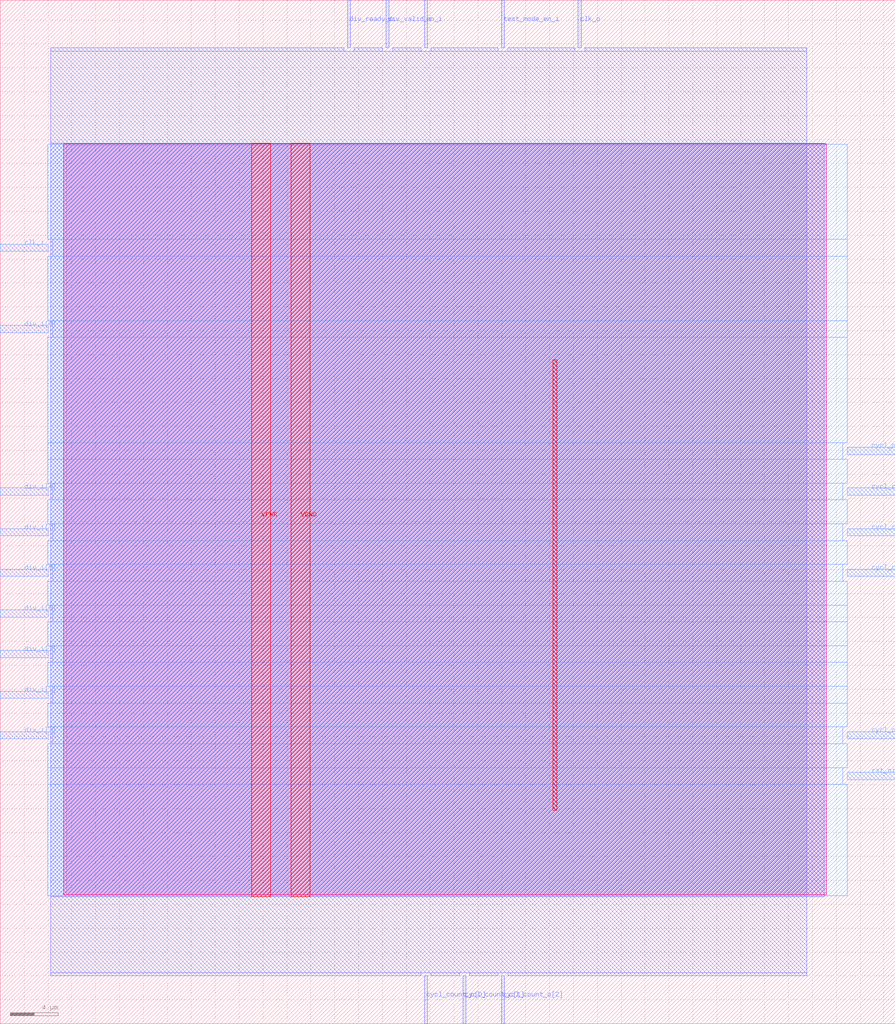
<source format=lef>
VERSION 5.7 ;
  NOWIREEXTENSIONATPIN ON ;
  DIVIDERCHAR "/" ;
  BUSBITCHARS "[]" ;
MACRO clk_int_div
  CLASS BLOCK ;
  FOREIGN clk_int_div ;
  ORIGIN 0.000 0.000 ;
  SIZE 74.945 BY 85.665 ;
  PIN VGND
    DIRECTION INOUT ;
    USE GROUND ;
    PORT
      LAYER met4 ;
        RECT 24.340 10.640 25.940 73.680 ;
    END
  END VGND
  PIN VPWR
    DIRECTION INOUT ;
    USE POWER ;
    PORT
      LAYER met4 ;
        RECT 21.040 10.640 22.640 73.680 ;
    END
  END VPWR
  PIN clk_i
    DIRECTION INPUT ;
    USE SIGNAL ;
    ANTENNAGATEAREA 0.196500 ;
    PORT
      LAYER met3 ;
        RECT 0.000 64.640 4.000 65.240 ;
    END
  END clk_i
  PIN clk_o
    DIRECTION OUTPUT ;
    USE SIGNAL ;
    ANTENNADIFFAREA 0.445500 ;
    PORT
      LAYER met2 ;
        RECT 48.390 81.665 48.670 85.665 ;
    END
  END clk_o
  PIN cycl_count_o[0]
    DIRECTION OUTPUT ;
    USE SIGNAL ;
    ANTENNADIFFAREA 0.445500 ;
    PORT
      LAYER met2 ;
        RECT 35.510 0.000 35.790 4.000 ;
    END
  END cycl_count_o[0]
  PIN cycl_count_o[1]
    DIRECTION OUTPUT ;
    USE SIGNAL ;
    ANTENNADIFFAREA 0.445500 ;
    PORT
      LAYER met2 ;
        RECT 38.730 0.000 39.010 4.000 ;
    END
  END cycl_count_o[1]
  PIN cycl_count_o[2]
    DIRECTION OUTPUT ;
    USE SIGNAL ;
    ANTENNADIFFAREA 0.445500 ;
    PORT
      LAYER met2 ;
        RECT 41.950 0.000 42.230 4.000 ;
    END
  END cycl_count_o[2]
  PIN cycl_count_o[3]
    DIRECTION OUTPUT ;
    USE SIGNAL ;
    ANTENNADIFFAREA 0.445500 ;
    PORT
      LAYER met3 ;
        RECT 70.945 23.840 74.945 24.440 ;
    END
  END cycl_count_o[3]
  PIN cycl_count_o[4]
    DIRECTION OUTPUT ;
    USE SIGNAL ;
    ANTENNADIFFAREA 0.445500 ;
    PORT
      LAYER met3 ;
        RECT 70.945 37.440 74.945 38.040 ;
    END
  END cycl_count_o[4]
  PIN cycl_count_o[5]
    DIRECTION OUTPUT ;
    USE SIGNAL ;
    ANTENNADIFFAREA 0.445500 ;
    PORT
      LAYER met3 ;
        RECT 70.945 40.840 74.945 41.440 ;
    END
  END cycl_count_o[5]
  PIN cycl_count_o[6]
    DIRECTION OUTPUT ;
    USE SIGNAL ;
    ANTENNADIFFAREA 0.445500 ;
    PORT
      LAYER met3 ;
        RECT 70.945 44.240 74.945 44.840 ;
    END
  END cycl_count_o[6]
  PIN cycl_count_o[7]
    DIRECTION OUTPUT ;
    USE SIGNAL ;
    ANTENNADIFFAREA 0.445500 ;
    PORT
      LAYER met3 ;
        RECT 70.945 47.640 74.945 48.240 ;
    END
  END cycl_count_o[7]
  PIN div_i[0]
    DIRECTION INPUT ;
    USE SIGNAL ;
    ANTENNAGATEAREA 0.196500 ;
    PORT
      LAYER met3 ;
        RECT 0.000 57.840 4.000 58.440 ;
    END
  END div_i[0]
  PIN div_i[1]
    DIRECTION INPUT ;
    USE SIGNAL ;
    ANTENNAGATEAREA 0.196500 ;
    PORT
      LAYER met3 ;
        RECT 0.000 27.240 4.000 27.840 ;
    END
  END div_i[1]
  PIN div_i[2]
    DIRECTION INPUT ;
    USE SIGNAL ;
    ANTENNAGATEAREA 0.495000 ;
    PORT
      LAYER met3 ;
        RECT 0.000 23.840 4.000 24.440 ;
    END
  END div_i[2]
  PIN div_i[3]
    DIRECTION INPUT ;
    USE SIGNAL ;
    ANTENNAGATEAREA 0.196500 ;
    PORT
      LAYER met3 ;
        RECT 0.000 30.640 4.000 31.240 ;
    END
  END div_i[3]
  PIN div_i[4]
    DIRECTION INPUT ;
    USE SIGNAL ;
    ANTENNAGATEAREA 0.196500 ;
    PORT
      LAYER met3 ;
        RECT 0.000 44.240 4.000 44.840 ;
    END
  END div_i[4]
  PIN div_i[5]
    DIRECTION INPUT ;
    USE SIGNAL ;
    ANTENNAGATEAREA 0.196500 ;
    PORT
      LAYER met3 ;
        RECT 0.000 37.440 4.000 38.040 ;
    END
  END div_i[5]
  PIN div_i[6]
    DIRECTION INPUT ;
    USE SIGNAL ;
    ANTENNAGATEAREA 0.742500 ;
    PORT
      LAYER met3 ;
        RECT 0.000 34.040 4.000 34.640 ;
    END
  END div_i[6]
  PIN div_i[7]
    DIRECTION INPUT ;
    USE SIGNAL ;
    ANTENNAGATEAREA 0.742500 ;
    PORT
      LAYER met3 ;
        RECT 0.000 40.840 4.000 41.440 ;
    END
  END div_i[7]
  PIN div_ready_o
    DIRECTION OUTPUT ;
    USE SIGNAL ;
    ANTENNADIFFAREA 1.336500 ;
    PORT
      LAYER met2 ;
        RECT 29.070 81.665 29.350 85.665 ;
    END
  END div_ready_o
  PIN div_valid_i
    DIRECTION INPUT ;
    USE SIGNAL ;
    ANTENNAGATEAREA 0.196500 ;
    PORT
      LAYER met2 ;
        RECT 32.290 81.665 32.570 85.665 ;
    END
  END div_valid_i
  PIN en_i
    DIRECTION INPUT ;
    USE SIGNAL ;
    ANTENNAGATEAREA 0.196500 ;
    PORT
      LAYER met2 ;
        RECT 35.510 81.665 35.790 85.665 ;
    END
  END en_i
  PIN rst_ni
    DIRECTION INPUT ;
    USE SIGNAL ;
    ANTENNAGATEAREA 0.196500 ;
    PORT
      LAYER met3 ;
        RECT 70.945 20.440 74.945 21.040 ;
    END
  END rst_ni
  PIN test_mode_en_i
    DIRECTION INPUT ;
    USE SIGNAL ;
    ANTENNAGATEAREA 0.196500 ;
    PORT
      LAYER met2 ;
        RECT 41.950 81.665 42.230 85.665 ;
    END
  END test_mode_en_i
  OBS
      LAYER nwell ;
        RECT 5.330 10.795 69.190 73.630 ;
      LAYER li1 ;
        RECT 5.520 10.795 69.000 73.525 ;
      LAYER met1 ;
        RECT 4.210 10.640 69.000 73.680 ;
      LAYER met2 ;
        RECT 4.230 81.385 28.790 81.665 ;
        RECT 29.630 81.385 32.010 81.665 ;
        RECT 32.850 81.385 35.230 81.665 ;
        RECT 36.070 81.385 41.670 81.665 ;
        RECT 42.510 81.385 48.110 81.665 ;
        RECT 48.950 81.385 67.530 81.665 ;
        RECT 4.230 4.280 67.530 81.385 ;
        RECT 4.230 4.000 35.230 4.280 ;
        RECT 36.070 4.000 38.450 4.280 ;
        RECT 39.290 4.000 41.670 4.280 ;
        RECT 42.510 4.000 67.530 4.280 ;
      LAYER met3 ;
        RECT 3.990 65.640 70.945 73.605 ;
        RECT 4.400 64.240 70.945 65.640 ;
        RECT 3.990 58.840 70.945 64.240 ;
        RECT 4.400 57.440 70.945 58.840 ;
        RECT 3.990 48.640 70.945 57.440 ;
        RECT 3.990 47.240 70.545 48.640 ;
        RECT 3.990 45.240 70.945 47.240 ;
        RECT 4.400 43.840 70.545 45.240 ;
        RECT 3.990 41.840 70.945 43.840 ;
        RECT 4.400 40.440 70.545 41.840 ;
        RECT 3.990 38.440 70.945 40.440 ;
        RECT 4.400 37.040 70.545 38.440 ;
        RECT 3.990 35.040 70.945 37.040 ;
        RECT 4.400 33.640 70.945 35.040 ;
        RECT 3.990 31.640 70.945 33.640 ;
        RECT 4.400 30.240 70.945 31.640 ;
        RECT 3.990 28.240 70.945 30.240 ;
        RECT 4.400 26.840 70.945 28.240 ;
        RECT 3.990 24.840 70.945 26.840 ;
        RECT 4.400 23.440 70.545 24.840 ;
        RECT 3.990 21.440 70.945 23.440 ;
        RECT 3.990 20.040 70.545 21.440 ;
        RECT 3.990 10.715 70.945 20.040 ;
      LAYER met4 ;
        RECT 46.295 17.855 46.625 55.585 ;
  END
END clk_int_div
END LIBRARY


</source>
